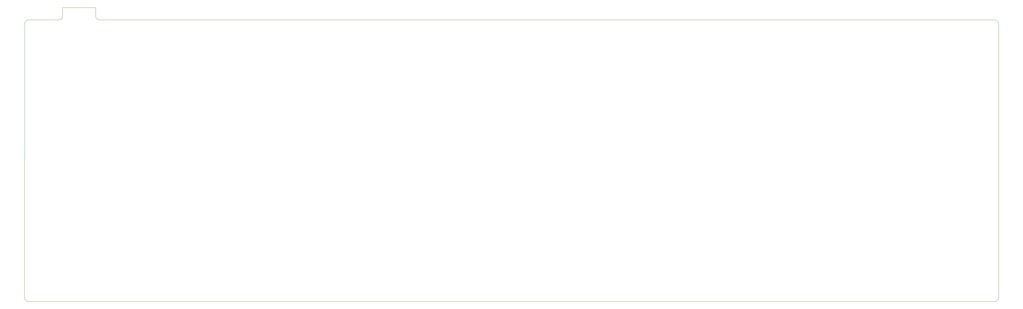
<source format=gbr>
G04 #@! TF.GenerationSoftware,KiCad,Pcbnew,(5.1.12)-1*
G04 #@! TF.CreationDate,2021-11-30T17:05:59-08:00*
G04 #@! TF.ProjectId,oled68 pcb,6f6c6564-3638-4207-9063-622e6b696361,rev?*
G04 #@! TF.SameCoordinates,Original*
G04 #@! TF.FileFunction,Profile,NP*
%FSLAX46Y46*%
G04 Gerber Fmt 4.6, Leading zero omitted, Abs format (unit mm)*
G04 Created by KiCad (PCBNEW (5.1.12)-1) date 2021-11-30 17:05:59*
%MOMM*%
%LPD*%
G01*
G04 APERTURE LIST*
G04 #@! TA.AperFunction,Profile*
%ADD10C,0.050000*%
G04 #@! TD*
G04 APERTURE END LIST*
D10*
X-153283300Y-32799000D02*
X-163570300Y-32799000D01*
X162311700Y-32799000D02*
X-139821300Y-32799000D01*
X163708700Y-126652000D02*
X163708700Y-34196000D01*
X-163608400Y-128049000D02*
X162311700Y-128049000D01*
X-164967300Y-34196000D02*
X-165005400Y-126652000D01*
X-140964300Y-28608000D02*
X-152140300Y-28608000D01*
X-140964300Y-31656000D02*
X-140964300Y-28608000D01*
X-152140300Y-31656000D02*
X-152140300Y-28608000D01*
X-139821300Y-32799000D02*
G75*
G02*
X-140964300Y-31656000I0J1143000D01*
G01*
X-152140300Y-31656000D02*
G75*
G02*
X-153283300Y-32799000I-1143000J0D01*
G01*
X163708700Y-126652000D02*
G75*
G02*
X162311700Y-128049000I-1397000J0D01*
G01*
X-163608400Y-128049000D02*
G75*
G02*
X-165005400Y-126652000I0J1397000D01*
G01*
X-164967300Y-34196000D02*
G75*
G02*
X-163570300Y-32799000I1397000J0D01*
G01*
X162311700Y-32799000D02*
G75*
G02*
X163708700Y-34196000I0J-1397000D01*
G01*
M02*

</source>
